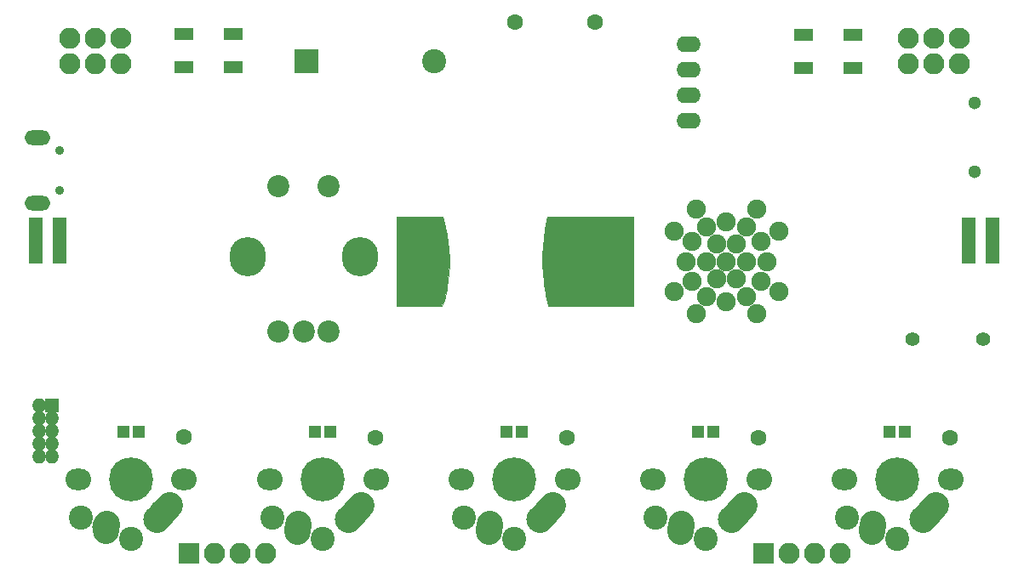
<source format=gts>
G04 #@! TF.GenerationSoftware,KiCad,Pcbnew,(5.1.0)-1*
G04 #@! TF.CreationDate,2019-05-19T22:51:14-06:00*
G04 #@! TF.ProjectId,laser-theremin,6c617365-722d-4746-9865-72656d696e2e,rev?*
G04 #@! TF.SameCoordinates,Original*
G04 #@! TF.FileFunction,Soldermask,Top*
G04 #@! TF.FilePolarity,Negative*
%FSLAX46Y46*%
G04 Gerber Fmt 4.6, Leading zero omitted, Abs format (unit mm)*
G04 Created by KiCad (PCBNEW (5.1.0)-1) date 2019-05-19 22:51:14*
%MOMM*%
%LPD*%
G04 APERTURE LIST*
%ADD10C,0.010000*%
%ADD11C,2.650000*%
%ADD12C,2.650000*%
%ADD13O,2.550000X2.150000*%
%ADD14C,1.600000*%
%ADD15C,2.400000*%
%ADD16C,4.387800*%
%ADD17R,2.400000X2.400000*%
%ADD18C,2.100000*%
%ADD19O,2.100000X2.100000*%
%ADD20R,1.400000X1.400000*%
%ADD21O,1.400000X1.400000*%
%ADD22C,1.300000*%
%ADD23R,1.400000X0.950000*%
%ADD24C,2.200000*%
%ADD25O,3.600000X3.900000*%
%ADD26O,2.550000X1.450000*%
%ADD27C,0.900000*%
%ADD28R,1.898600X1.299160*%
%ADD29R,1.162000X1.289000*%
%ADD30O,2.400000X1.600000*%
%ADD31C,1.400000*%
%ADD32R,2.100000X2.100000*%
%ADD33C,1.900000*%
G04 APERTURE END LIST*
D10*
G36*
X139938595Y-87488031D02*
G01*
X140018501Y-87752614D01*
X140217020Y-88482111D01*
X140376750Y-89225886D01*
X140497447Y-89980711D01*
X140578865Y-90743355D01*
X140620759Y-91510591D01*
X140622883Y-92279188D01*
X140584993Y-93045917D01*
X140506844Y-93807550D01*
X140488482Y-93943864D01*
X140432867Y-94302546D01*
X140364567Y-94677439D01*
X140286104Y-95057078D01*
X140200000Y-95430000D01*
X140108776Y-95784741D01*
X140014953Y-96109838D01*
X140004879Y-96142347D01*
X139928002Y-96388614D01*
X135378625Y-96388614D01*
X135378625Y-87477257D01*
X139938595Y-87488031D01*
X139938595Y-87488031D01*
G37*
X139938595Y-87488031D02*
X140018501Y-87752614D01*
X140217020Y-88482111D01*
X140376750Y-89225886D01*
X140497447Y-89980711D01*
X140578865Y-90743355D01*
X140620759Y-91510591D01*
X140622883Y-92279188D01*
X140584993Y-93045917D01*
X140506844Y-93807550D01*
X140488482Y-93943864D01*
X140432867Y-94302546D01*
X140364567Y-94677439D01*
X140286104Y-95057078D01*
X140200000Y-95430000D01*
X140108776Y-95784741D01*
X140014953Y-96109838D01*
X140004879Y-96142347D01*
X139928002Y-96388614D01*
X135378625Y-96388614D01*
X135378625Y-87477257D01*
X139938595Y-87488031D01*
G36*
X158944644Y-96369375D02*
G01*
X150500776Y-96369375D01*
X150480000Y-96290000D01*
X150405313Y-95988421D01*
X150331182Y-95658318D01*
X150260503Y-95313435D01*
X150196173Y-94967516D01*
X150173004Y-94832761D01*
X150048750Y-93966874D01*
X149965343Y-93096793D01*
X149922728Y-92224868D01*
X149920852Y-91353451D01*
X149959661Y-90484891D01*
X150039100Y-89621541D01*
X150159115Y-88765749D01*
X150319652Y-87919867D01*
X150333720Y-87855083D01*
X150420693Y-87458208D01*
X158944644Y-87458208D01*
X158944644Y-96369375D01*
X158944644Y-96369375D01*
G37*
X158944644Y-96369375D02*
X150500776Y-96369375D01*
X150480000Y-96290000D01*
X150405313Y-95988421D01*
X150331182Y-95658318D01*
X150260503Y-95313435D01*
X150196173Y-94967516D01*
X150173004Y-94832761D01*
X150048750Y-93966874D01*
X149965343Y-93096793D01*
X149922728Y-92224868D01*
X149920852Y-91353451D01*
X149959661Y-90484891D01*
X150039100Y-89621541D01*
X150159115Y-88765749D01*
X150319652Y-87919867D01*
X150333720Y-87855083D01*
X150420693Y-87458208D01*
X158944644Y-87458208D01*
X158944644Y-96369375D01*
D11*
X106480000Y-118390000D03*
D12*
X106505506Y-118015868D02*
X106454494Y-118764132D01*
D13*
X114270000Y-113640000D03*
X103710000Y-113640000D03*
D14*
X114210000Y-109440000D03*
D15*
X108990000Y-119540000D03*
X103990000Y-117440000D03*
D11*
X111490000Y-117640000D03*
D16*
X108990000Y-113640000D03*
D11*
X112145005Y-116910004D03*
D12*
X112800000Y-116180000D02*
X111490010Y-117640008D01*
D11*
X125555000Y-118410000D03*
D12*
X125580506Y-118035868D02*
X125529494Y-118784132D01*
D13*
X133345000Y-113660000D03*
X122785000Y-113660000D03*
D14*
X133285000Y-109460000D03*
D15*
X128065000Y-119560000D03*
X123065000Y-117460000D03*
D11*
X130565000Y-117660000D03*
D16*
X128065000Y-113660000D03*
D11*
X131220005Y-116930004D03*
D12*
X131875000Y-116200000D02*
X130565010Y-117660008D01*
D11*
X144605000Y-118410000D03*
D12*
X144630506Y-118035868D02*
X144579494Y-118784132D01*
D13*
X152395000Y-113660000D03*
X141835000Y-113660000D03*
D14*
X152335000Y-109460000D03*
D15*
X147115000Y-119560000D03*
X142115000Y-117460000D03*
D11*
X149615000Y-117660000D03*
D16*
X147115000Y-113660000D03*
D11*
X150270005Y-116930004D03*
D12*
X150925000Y-116200000D02*
X149615010Y-117660008D01*
D11*
X163655000Y-118410000D03*
D12*
X163680506Y-118035868D02*
X163629494Y-118784132D01*
D13*
X171445000Y-113660000D03*
X160885000Y-113660000D03*
D14*
X171385000Y-109460000D03*
D15*
X166165000Y-119560000D03*
X161165000Y-117460000D03*
D11*
X168665000Y-117660000D03*
D16*
X166165000Y-113660000D03*
D11*
X169320005Y-116930004D03*
D12*
X169975000Y-116200000D02*
X168665010Y-117660008D01*
D11*
X182705000Y-118410000D03*
D12*
X182730506Y-118035868D02*
X182679494Y-118784132D01*
D13*
X190495000Y-113660000D03*
X179935000Y-113660000D03*
D14*
X190435000Y-109460000D03*
D15*
X185215000Y-119560000D03*
X180215000Y-117460000D03*
D11*
X187715000Y-117660000D03*
D16*
X185215000Y-113660000D03*
D11*
X188370005Y-116930004D03*
D12*
X189025000Y-116200000D02*
X187715010Y-117660008D01*
D15*
X139150000Y-72000000D03*
D17*
X126450000Y-72000000D03*
D18*
X191340000Y-69710000D03*
D19*
X191340000Y-72250000D03*
D18*
X188800000Y-69710000D03*
D19*
X188800000Y-72250000D03*
X186260000Y-69710000D03*
X186260000Y-72250000D03*
D18*
X107990000Y-69710000D03*
D19*
X107990000Y-72250000D03*
D18*
X105450000Y-69710000D03*
D19*
X105450000Y-72250000D03*
X102910000Y-69710000D03*
X102910000Y-72250000D03*
D20*
X101120000Y-106290000D03*
D21*
X99850000Y-106290000D03*
X101120000Y-107560000D03*
X99850000Y-107560000D03*
X101120000Y-108830000D03*
X99850000Y-108830000D03*
X101120000Y-110100000D03*
X99850000Y-110100000D03*
X101120000Y-111370000D03*
X99850000Y-111370000D03*
D14*
X155130000Y-68090000D03*
X147150000Y-68090000D03*
D22*
X192860000Y-76170000D03*
X192860000Y-82970000D03*
D23*
X99510000Y-91750000D03*
X99510000Y-91000000D03*
X99510000Y-90250000D03*
X99510000Y-89500000D03*
X99510000Y-88750000D03*
X99510000Y-88000000D03*
X101910000Y-91750000D03*
X101910000Y-89500000D03*
X101910000Y-88750000D03*
X101910000Y-88000000D03*
X101910000Y-90250000D03*
X101910000Y-91000000D03*
X194670000Y-91000000D03*
X194670000Y-90250000D03*
X194670000Y-88000000D03*
X194670000Y-88750000D03*
X194670000Y-89500000D03*
X194670000Y-91750000D03*
X192270000Y-88000000D03*
X192270000Y-88750000D03*
X192270000Y-89500000D03*
X192270000Y-90250000D03*
X192270000Y-91000000D03*
X192270000Y-91750000D03*
D24*
X126170000Y-98930000D03*
X128670000Y-84430000D03*
X123670000Y-84430000D03*
X123670000Y-98930000D03*
X128670000Y-98930000D03*
D25*
X131770000Y-91430000D03*
X120570000Y-91430000D03*
D26*
X99650000Y-79645000D03*
D27*
X101850000Y-80870000D03*
X101850000Y-84870000D03*
D26*
X99650000Y-86095000D03*
D28*
X114231440Y-69301540D03*
X114231440Y-72598460D03*
X119128560Y-72598460D03*
X119128560Y-69301540D03*
X180778560Y-69371540D03*
X180778560Y-72668460D03*
X175881440Y-72668460D03*
X175881440Y-69371540D03*
D29*
X109782000Y-108910000D03*
X108258000Y-108910000D03*
X127303000Y-108910000D03*
X128827000Y-108910000D03*
X147877000Y-108910000D03*
X146353000Y-108910000D03*
X165403000Y-108910000D03*
X166927000Y-108910000D03*
X184453000Y-108910000D03*
X185977000Y-108910000D03*
D30*
X164430000Y-70340000D03*
X164430000Y-72880000D03*
X164430000Y-75420000D03*
X164430000Y-77960000D03*
D31*
X186707420Y-99710000D03*
X193707660Y-99710000D03*
D32*
X171870000Y-121040000D03*
D19*
X174410000Y-121040000D03*
X176950000Y-121040000D03*
X179490000Y-121040000D03*
X122350000Y-121050000D03*
X119810000Y-121050000D03*
X117270000Y-121050000D03*
D32*
X114730000Y-121050000D03*
D33*
X164210000Y-91960000D03*
X164745898Y-89960000D03*
X166210000Y-88495898D03*
X168210000Y-87960000D03*
X170210000Y-88495898D03*
X171674102Y-89960000D03*
X172210000Y-91960000D03*
X171674102Y-93960000D03*
X170210000Y-95424102D03*
X168210000Y-95960000D03*
X166210000Y-95424102D03*
X164745898Y-93960000D03*
X168210000Y-91960000D03*
X166210000Y-91960000D03*
X167210000Y-90227949D03*
X169210000Y-90227949D03*
X170210000Y-91960000D03*
X169210000Y-93692051D03*
X167210000Y-93692051D03*
X163013848Y-88960000D03*
X165210000Y-86763848D03*
X171210000Y-86763848D03*
X173406152Y-88960000D03*
X173406152Y-94960000D03*
X171210000Y-97156152D03*
X165210000Y-97156152D03*
X163013848Y-94960000D03*
M02*

</source>
